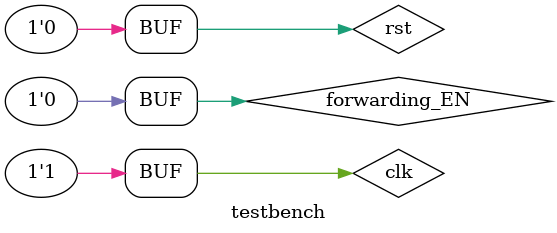
<source format=v>
`timescale 1ns/1ns

module testbench;
  reg clk,rst, forwarding_EN;
  DataPath_MIPS top_module (clk, rst, forwarding_EN);

  initial begin
    clk=1;
    repeat(5000) #50 clk=~clk ;
  end

  initial begin
    rst = 1;
    forwarding_EN = 0;
    #100
    rst = 0;
  end
endmodule // test

</source>
